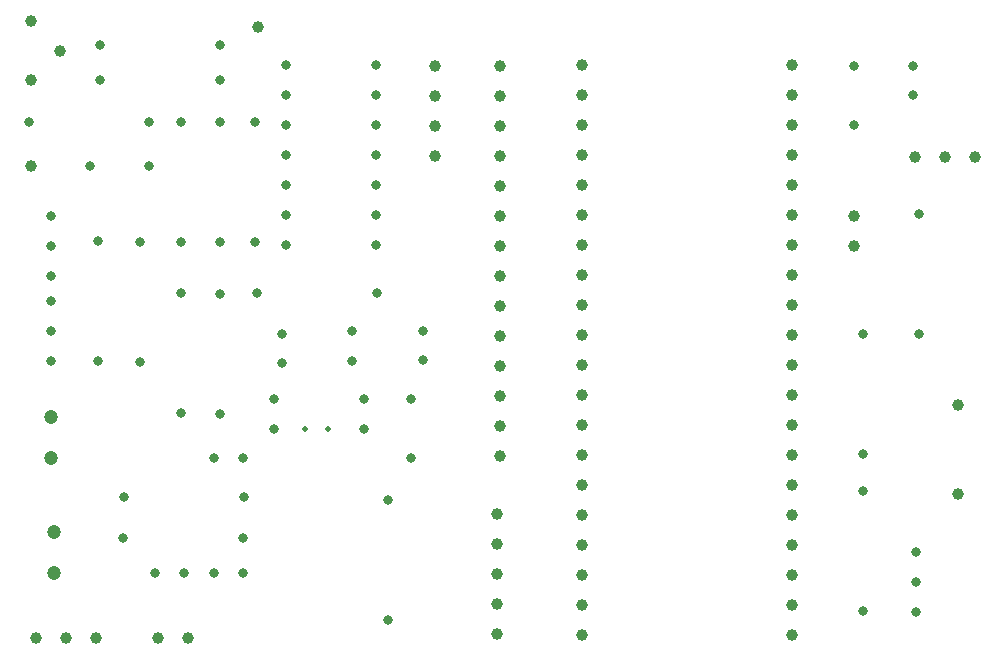
<source format=gbr>
%TF.GenerationSoftware,KiCad,Pcbnew,9.0.6*%
%TF.CreationDate,2025-12-26T08:37:36+01:00*%
%TF.ProjectId,pico-radio-9-k_toldalas,7069636f-2d72-4616-9469-6f2d392d6be9,rev?*%
%TF.SameCoordinates,Original*%
%TF.FileFunction,Plated,1,2,PTH,Drill*%
%TF.FilePolarity,Positive*%
%FSLAX46Y46*%
G04 Gerber Fmt 4.6, Leading zero omitted, Abs format (unit mm)*
G04 Created by KiCad (PCBNEW 9.0.6) date 2025-12-26 08:37:36*
%MOMM*%
%LPD*%
G01*
G04 APERTURE LIST*
%TA.AperFunction,ComponentDrill*%
%ADD10C,0.500000*%
%TD*%
%TA.AperFunction,ComponentDrill*%
%ADD11C,0.800000*%
%TD*%
%TA.AperFunction,ComponentDrill*%
%ADD12C,1.000000*%
%TD*%
%TA.AperFunction,ComponentDrill*%
%ADD13C,1.200000*%
%TD*%
G04 APERTURE END LIST*
D10*
%TO.C,Y1*%
X78500000Y-65990000D03*
X80400000Y-65990000D03*
D11*
%TO.C,R6*%
X55090000Y-40000000D03*
%TO.C,Q1*%
X57000000Y-48000000D03*
X57000000Y-50540000D03*
X57000000Y-53080000D03*
%TO.C,Q2*%
X57000000Y-55170000D03*
X57000000Y-57710000D03*
X57000000Y-60250000D03*
%TO.C,C7*%
X60250000Y-43750000D03*
%TO.C,R1*%
X61000000Y-50090000D03*
X61000000Y-60250000D03*
%TO.C,R10*%
X61090000Y-33500000D03*
%TO.C,R11*%
X61090000Y-36500000D03*
%TO.C,L1*%
X63090000Y-75240000D03*
%TO.C,L3*%
X63170000Y-71740000D03*
%TO.C,R2*%
X64500000Y-50170000D03*
X64500000Y-60330000D03*
%TO.C,R6*%
X65250000Y-40000000D03*
%TO.C,C7*%
X65250000Y-43750000D03*
%TO.C,C2*%
X65750000Y-78240000D03*
%TO.C,R5*%
X68000000Y-40000000D03*
X68000000Y-50160000D03*
%TO.C,R3*%
X68000000Y-54500000D03*
X68000000Y-64660000D03*
%TO.C,C2*%
X68250000Y-78240000D03*
%TO.C,C1*%
X70750000Y-68490000D03*
%TO.C,C3*%
X70750000Y-78240000D03*
%TO.C,R10*%
X71250000Y-33500000D03*
%TO.C,R11*%
X71250000Y-36500000D03*
%TO.C,R7*%
X71250000Y-40000000D03*
X71250000Y-50160000D03*
%TO.C,R4*%
X71250000Y-54590000D03*
X71250000Y-64750000D03*
%TO.C,C1*%
X73250000Y-68490000D03*
%TO.C,L1*%
X73250000Y-75240000D03*
%TO.C,C3*%
X73250000Y-78240000D03*
%TO.C,L3*%
X73330000Y-71740000D03*
%TO.C,R8*%
X74250000Y-40000000D03*
X74250000Y-50160000D03*
%TO.C,R9*%
X74420000Y-54500000D03*
%TO.C,C6*%
X75900000Y-63490000D03*
X75900000Y-65990000D03*
%TO.C,C5*%
X76500000Y-57945113D03*
X76500000Y-60445113D03*
%TO.C,U3*%
X76880000Y-35170000D03*
X76880000Y-37710000D03*
X76880000Y-40250000D03*
X76880000Y-42790000D03*
X76880000Y-45330000D03*
X76880000Y-47870000D03*
X76880000Y-50410000D03*
%TO.C,C4*%
X82500000Y-57740000D03*
X82500000Y-60240000D03*
%TO.C,C8*%
X83500000Y-63490000D03*
X83500000Y-65990000D03*
%TO.C,U3*%
X84500000Y-35170000D03*
X84500000Y-37710000D03*
X84500000Y-40250000D03*
X84500000Y-42790000D03*
X84500000Y-45330000D03*
X84500000Y-47870000D03*
X84500000Y-50410000D03*
%TO.C,R9*%
X84580000Y-54500000D03*
%TO.C,L4*%
X85500000Y-71990000D03*
X85500000Y-82150000D03*
%TO.C,C9*%
X87500000Y-63490000D03*
X87500000Y-68490000D03*
%TO.C,C10*%
X88500000Y-57695113D03*
X88500000Y-60195113D03*
%TO.C,C12*%
X125000000Y-35250000D03*
X125000000Y-40250000D03*
%TO.C,R13*%
X125750000Y-58000000D03*
X125750000Y-68160000D03*
%TO.C,R14*%
X125750000Y-71250000D03*
X125750000Y-81410000D03*
%TO.C,C11*%
X130000000Y-35250000D03*
X130000000Y-37750000D03*
%TO.C,Q3*%
X130250000Y-76420000D03*
X130250000Y-78960000D03*
X130250000Y-81500000D03*
%TO.C,R12*%
X130500000Y-47840000D03*
X130500000Y-58000000D03*
D12*
%TO.C,RV1*%
X55250000Y-31500000D03*
X55250000Y-36500000D03*
%TO.C,TP1*%
X55250000Y-43750000D03*
%TO.C,J3*%
X55670000Y-83740000D03*
%TO.C,RV1*%
X57750000Y-34000000D03*
%TO.C,J3*%
X58210000Y-83740000D03*
X60750000Y-83740000D03*
%TO.C,L2*%
X66000000Y-83740000D03*
X68540000Y-83740000D03*
%TO.C,TP2*%
X74500000Y-32000000D03*
%TO.C,J4*%
X89500000Y-35250000D03*
X89500000Y-37790000D03*
X89500000Y-40330000D03*
X89500000Y-42870000D03*
%TO.C,J6*%
X94750000Y-73250000D03*
X94750000Y-75790000D03*
X94750000Y-78330000D03*
X94750000Y-80870000D03*
X94750000Y-83410000D03*
%TO.C,U2*%
X95000000Y-35270000D03*
X95000000Y-37810000D03*
X95000000Y-40350000D03*
X95000000Y-42890000D03*
X95000000Y-45430000D03*
X95000000Y-47970000D03*
X95000000Y-50510000D03*
X95000000Y-53050000D03*
X95000000Y-55590000D03*
X95000000Y-58130000D03*
X95000000Y-60670000D03*
X95000000Y-63210000D03*
X95000000Y-65750000D03*
X95000000Y-68290000D03*
%TO.C,A1*%
X101970000Y-35210000D03*
X101970000Y-37750000D03*
X101970000Y-40290000D03*
X101970000Y-42830000D03*
X101970000Y-45370000D03*
X101970000Y-47910000D03*
X101970000Y-50450000D03*
X101970000Y-52990000D03*
X101970000Y-55530000D03*
X101970000Y-58070000D03*
X101970000Y-60610000D03*
X101970000Y-63150000D03*
X101970000Y-65690000D03*
X101970000Y-68230000D03*
X101970000Y-70770000D03*
X101970000Y-73310000D03*
X101970000Y-75850000D03*
X101970000Y-78390000D03*
X101970000Y-80930000D03*
X101970000Y-83470000D03*
X119750000Y-35210000D03*
X119750000Y-37750000D03*
X119750000Y-40290000D03*
X119750000Y-42830000D03*
X119750000Y-45370000D03*
X119750000Y-47910000D03*
X119750000Y-50450000D03*
X119750000Y-52990000D03*
X119750000Y-55530000D03*
X119750000Y-58070000D03*
X119750000Y-60610000D03*
X119750000Y-63150000D03*
X119750000Y-65690000D03*
X119750000Y-68230000D03*
X119750000Y-70770000D03*
X119750000Y-73310000D03*
X119750000Y-75850000D03*
X119750000Y-78390000D03*
X119750000Y-80930000D03*
X119750000Y-83470000D03*
%TO.C,SW1*%
X125000000Y-47975000D03*
X125000000Y-50515000D03*
%TO.C,J5*%
X130170000Y-43000000D03*
X132710000Y-43000000D03*
%TO.C,BZ1*%
X133750000Y-63950000D03*
X133750000Y-71550000D03*
%TO.C,J5*%
X135250000Y-43000000D03*
D13*
%TO.C,J1*%
X57000000Y-64990000D03*
X57000000Y-68490000D03*
%TO.C,J2*%
X57250000Y-74740000D03*
X57250000Y-78240000D03*
M02*

</source>
